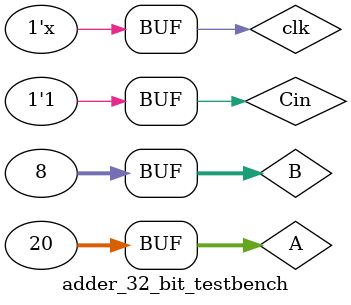
<source format=v>
`timescale 1 ps / 1 ps

module adder_32_bit_testbench();

reg [31:0] A;
reg [31:0] B;
reg Cin;
wire Cout;
wire Overflow;
wire [31:0] Sum;
	
	reg clk;
	
	adder_32_bit TB(.A(A) , .B(B) , .Cin(Cin) , .Sum(Sum) , .Cout(Cout) , .Overflow (Overflow));
	
	always 
		begin 
			#2 clk = ~clk;
		end
	
	initial 
		begin 
			A = 32'd0;
			B = 32'd0;
			Cin = 1'b0;
			
			#5 A = 32'd20;
				B = 32'd8;
				Cin = 1'b1;
		end


endmodule
		
</source>
